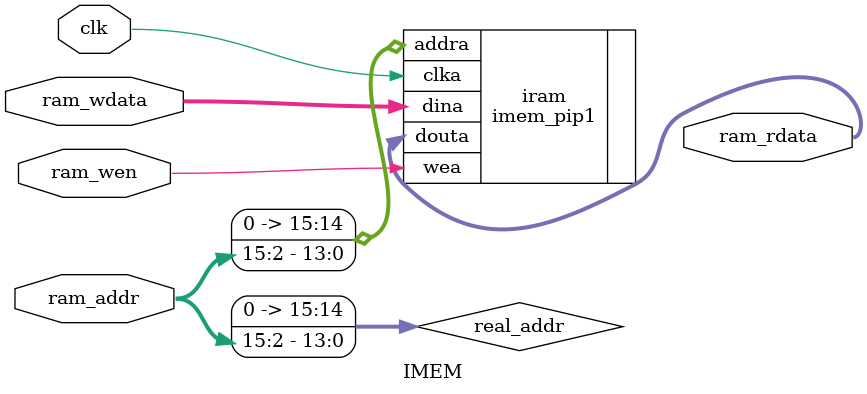
<source format=v>
`timescale 1ns / 1ps


module IMEM(
    input clk ,
    input [15:0] ram_addr ,
    input [31:0] ram_wdata,
    input ram_wen ,
    output [31:0] ram_rdata
    );
    wire [15:0] real_addr = ram_addr >> 2;
    //imem_pip1, imem_pip2, imem_pip3, IRAM
    imem_pip1 iram(
    .clka (clk ),
    .wea (ram_wen ),
    .addra(real_addr ),
    .dina (ram_wdata ),
    .douta(ram_rdata )
    );
endmodule

</source>
